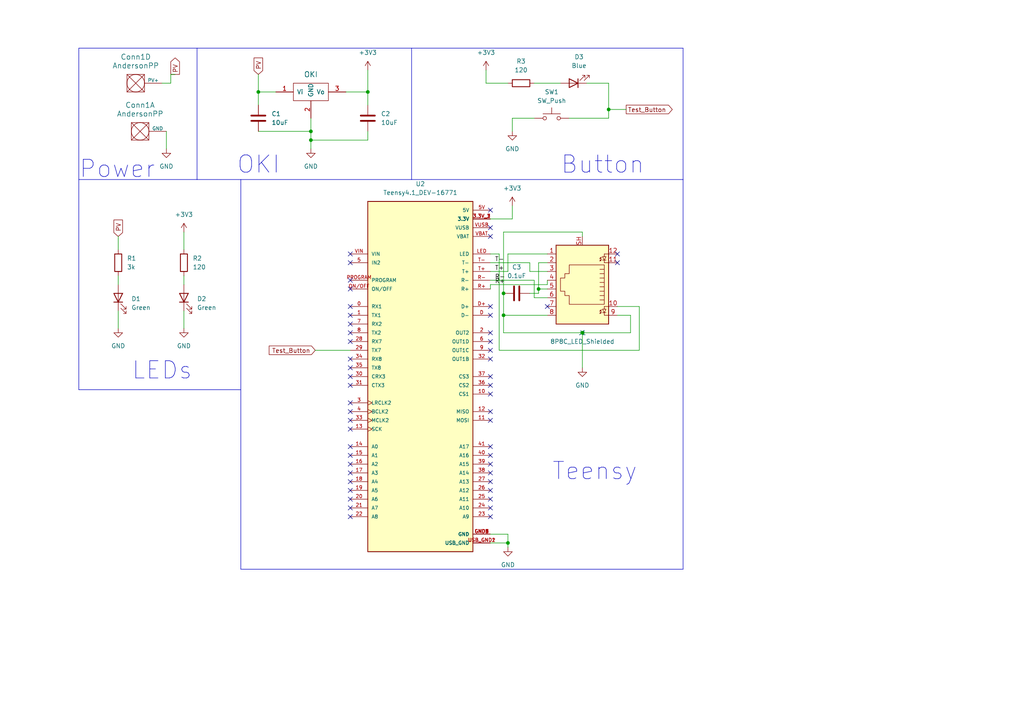
<source format=kicad_sch>
(kicad_sch (version 20230121) (generator eeschema)
  (paper "A4")
  (lib_symbols
    (symbol "Connector:8P8C_LED_Shielded" (pin_names (offset 1.016))
      (property "Reference" "J" (at -5.08 13.97 0))
      (property "Value" "8P8C_LED_Shielded" (at 1.27 13.97 0))
      (symbol "8P8C_LED_Shielded_0_1"
        (polyline (pts (xy -7.62 -7.62) (xy -6.35 -7.62)))
        (polyline (pts (xy -7.62 -5.08) (xy -6.35 -5.08)))
        (polyline (pts (xy -7.62 7.62) (xy -6.35 7.62)))
        (polyline (pts (xy -7.62 10.16) (xy -6.35 10.16)))
        (polyline (pts (xy -6.858 -5.842) (xy -5.842 -5.842)))
        (polyline (pts (xy -6.858 9.398) (xy -5.842 9.398)))
        (polyline (pts (xy -6.35 -7.62) (xy -6.35 -6.858)))
        (polyline (pts (xy -6.35 -5.08) (xy -6.35 -5.842)))
        (polyline (pts (xy -6.35 7.62) (xy -6.35 8.382)))
        (polyline (pts (xy -6.35 10.16) (xy -6.35 9.398)))
        (polyline (pts (xy -5.08 -6.223) (xy -5.207 -6.604)))
        (polyline (pts (xy -5.08 -5.588) (xy -5.207 -5.969)))
        (polyline (pts (xy -5.08 4.445) (xy -6.35 4.445)))
        (polyline (pts (xy -5.08 5.715) (xy -6.35 5.715)))
        (polyline (pts (xy -5.08 9.017) (xy -5.207 8.636)))
        (polyline (pts (xy -5.08 9.652) (xy -5.207 9.271)))
        (polyline (pts (xy -6.35 -3.175) (xy -5.08 -3.175) (xy -5.08 -3.175)))
        (polyline (pts (xy -6.35 -1.905) (xy -5.08 -1.905) (xy -5.08 -1.905)))
        (polyline (pts (xy -6.35 -0.635) (xy -5.08 -0.635) (xy -5.08 -0.635)))
        (polyline (pts (xy -6.35 0.635) (xy -5.08 0.635) (xy -5.08 0.635)))
        (polyline (pts (xy -6.35 1.905) (xy -5.08 1.905) (xy -5.08 1.905)))
        (polyline (pts (xy -5.588 -6.731) (xy -5.08 -6.223) (xy -5.461 -6.35)))
        (polyline (pts (xy -5.588 -6.096) (xy -5.08 -5.588) (xy -5.461 -5.715)))
        (polyline (pts (xy -5.588 8.509) (xy -5.08 9.017) (xy -5.461 8.89)))
        (polyline (pts (xy -5.588 9.144) (xy -5.08 9.652) (xy -5.461 9.525)))
        (polyline (pts (xy -5.08 3.175) (xy -6.35 3.175) (xy -6.35 3.175)))
        (polyline (pts (xy -6.35 -5.842) (xy -6.858 -6.858) (xy -5.842 -6.858) (xy -6.35 -5.842)))
        (polyline (pts (xy -6.35 9.398) (xy -6.858 8.382) (xy -5.842 8.382) (xy -6.35 9.398)))
        (polyline (pts (xy -6.35 -4.445) (xy -6.35 6.985) (xy 3.81 6.985) (xy 3.81 4.445) (xy 5.08 4.445) (xy 5.08 3.175) (xy 6.35 3.175) (xy 6.35 -0.635) (xy 5.08 -0.635) (xy 5.08 -1.905) (xy 3.81 -1.905) (xy 3.81 -4.445) (xy -6.35 -4.445) (xy -6.35 -4.445)))
        (rectangle (start 7.62 12.7) (end -7.62 -10.16) (stroke (width 0.254)) (fill (type background)))
      )
      (symbol "8P8C_LED_Shielded_1_1"
        (pin passive line (at 10.16 -7.62 180) (length 2.54) (name "~") (number "1"))
        (pin passive line (at -10.16 7.62 0) (length 2.54) (name "~") (number "10"))
        (pin passive line (at -10.16 -5.08 0) (length 2.54) (name "~") (number "11"))
        (pin passive line (at -10.16 -7.62 0) (length 2.54) (name "~") (number "12"))
        (pin passive line (at 10.16 -5.08 180) (length 2.54) (name "~") (number "2"))
        (pin passive line (at 10.16 -2.54 180) (length 2.54) (name "~") (number "3"))
        (pin passive line (at 10.16 0 180) (length 2.54) (name "~") (number "4"))
        (pin passive line (at 10.16 2.54 180) (length 2.54) (name "~") (number "5"))
        (pin passive line (at 10.16 5.08 180) (length 2.54) (name "~") (number "6"))
        (pin passive line (at 10.16 7.62 180) (length 2.54) (name "~") (number "7"))
        (pin passive line (at 10.16 10.16 180) (length 2.54) (name "~") (number "8"))
        (pin passive line (at -10.16 10.16 0) (length 2.54) (name "~") (number "9"))
        (pin passive line (at 0 -12.7 90) (length 2.54) (name "~") (number "SH"))
      )
    )
    (symbol "Device:C" (pin_numbers hide) (pin_names (offset 0.254))
      (property "Reference" "C" (at 0.635 2.54 0))
      (property "Value" "C" (at 0.635 -2.54 0))
      (symbol "C_0_1"
        (polyline (pts (xy -2.032 -0.762) (xy 2.032 -0.762)) (stroke (width 0.508)))
        (polyline (pts (xy -2.032 0.762) (xy 2.032 0.762)) (stroke (width 0.508)))
      )
      (symbol "C_1_1"
        (pin passive line (at 0 3.81 270) (length 2.794) (name "~") (number "1"))
        (pin passive line (at 0 -3.81 90) (length 2.794) (name "~") (number "2"))
      )
    )
    (symbol "Device:LED" (pin_numbers hide) (pin_names (offset 1.016) hide)
      (property "Reference" "D" (at 0 2.54 0))
      (property "Value" "LED" (at 0 -2.54 0))
      (symbol "LED_0_1"
        (polyline (pts (xy -1.27 -1.27) (xy -1.27 1.27)) (stroke (width 0.254)))
        (polyline (pts (xy -1.27 0) (xy 1.27 0)))
        (polyline (pts (xy 1.27 -1.27) (xy 1.27 1.27) (xy -1.27 0) (xy 1.27 -1.27)) (stroke (width 0.254)))
        (polyline (pts (xy -3.048 -0.762) (xy -4.572 -2.286) (xy -3.81 -2.286) (xy -4.572 -2.286) (xy -4.572 -1.524)))
        (polyline (pts (xy -1.778 -0.762) (xy -3.302 -2.286) (xy -2.54 -2.286) (xy -3.302 -2.286) (xy -3.302 -1.524)))
      )
      (symbol "LED_1_1"
        (pin passive line (at -3.81 0 0) (length 2.54) (name "K") (number "1"))
        (pin passive line (at 3.81 0 180) (length 2.54) (name "A") (number "2"))
      )
    )
    (symbol "Device:R" (pin_numbers hide) (pin_names (offset 0))
      (property "Reference" "R" (at 2.032 0 90))
      (property "Value" "R" (at 0 0 90))
      (symbol "R_0_1"
        (rectangle (start -1.016 -2.54) (end 1.016 2.54) (stroke (width 0.254)))
      )
      (symbol "R_1_1"
        (pin passive line (at 0 3.81 270) (length 1.27) (name "~") (number "1"))
        (pin passive line (at 0 -3.81 90) (length 1.27) (name "~") (number "2"))
      )
    )
    (symbol "MRDT_Connectors:AndersonPP" (pin_numbers hide) (pin_names (offset 0))
      (property "Reference" "Conn" (at 3.81 -1.27 0))
      (property "Value" "AndersonPP" (at 2.54 6.35 0))
      (symbol "AndersonPP_0_1"
        (polyline (pts (xy 0 5.08) (xy 5.08 0)))
        (polyline (pts (xy 5.08 5.08) (xy 0 0)))
        (rectangle (start 0 0) (end 5.08 5.08))
        (circle (center 2.54 2.54) (radius 2.54))
      )
      (symbol "AndersonPP_1_1"
        (pin input line (at 10.16 2.54 180) (length 5.08) (name "GND") (number "1"))
      )
      (symbol "AndersonPP_2_1"
        (pin input line (at 10.16 2.54 180) (length 5.08) (name "V+Log") (number "2"))
      )
      (symbol "AndersonPP_3_1"
        (pin input line (at 10.16 2.54 180) (length 5.08) (name "V+Act") (number "3"))
      )
      (symbol "AndersonPP_4_1"
        (pin input line (at 10.16 2.54 180) (length 5.08) (name "PV+") (number "4"))
      )
      (symbol "AndersonPP_5_1"
        (pin input line (at 10.16 2.54 180) (length 5.08) (name "~") (number "1"))
      )
    )
    (symbol "MRDT_Devices:OKI" (pin_names (offset 1.016))
      (property "Value" "OKI" (at 5.08 6.35 0))
      (symbol "OKI_0_1"
        (rectangle (start 0 0) (end 10.16 5.08))
      )
      (symbol "OKI_1_1"
        (pin input line (at -5.08 2.54 0) (length 5.08) (name "Vi") (number "1"))
        (pin output line (at 5.08 -5.08 90) (length 5.08) (name "GND") (number "2"))
        (pin output line (at 15.24 2.54 180) (length 5.08) (name "Vo") (number "3"))
      )
    )
    (symbol "MRDT_Shields:Teensy4.1_DEV-16771" (pin_names (offset 1.016))
      (property "Reference" "U" (at -15.24 52.07 0))
      (property "Value" "Teensy4.1_DEV-16771" (at -15.24 -53.34 0))
      (symbol "Teensy4.1_DEV-16771_0_0"
        (rectangle (start -15.24 -50.8) (end 15.24 50.8) (stroke (width 0.254)) (fill (type background)))
        (pin bidirectional line (at -20.32 20.32 0) (length 5.08) (name "RX1") (number "0"))
        (pin bidirectional line (at -20.32 17.78 0) (length 5.08) (name "TX1") (number "1"))
        (pin bidirectional line (at 20.32 -5.08 180) (length 5.08) (name "CS1") (number "10"))
        (pin bidirectional line (at 20.32 -12.7 180) (length 5.08) (name "MOSI") (number "11"))
        (pin bidirectional line (at 20.32 -10.16 180) (length 5.08) (name "MISO") (number "12"))
        (pin bidirectional clock (at -20.32 -15.24 0) (length 5.08) (name "SCK") (number "13"))
        (pin bidirectional line (at -20.32 -20.32 0) (length 5.08) (name "A0") (number "14"))
        (pin bidirectional line (at -20.32 -22.86 0) (length 5.08) (name "A1") (number "15"))
        (pin bidirectional line (at -20.32 -25.4 0) (length 5.08) (name "A2") (number "16"))
        (pin bidirectional line (at -20.32 -27.94 0) (length 5.08) (name "A3") (number "17"))
        (pin bidirectional line (at -20.32 -30.48 0) (length 5.08) (name "A4") (number "18"))
        (pin bidirectional line (at -20.32 -33.02 0) (length 5.08) (name "A5") (number "19"))
        (pin output line (at 20.32 12.7 180) (length 5.08) (name "OUT2") (number "2"))
        (pin bidirectional line (at -20.32 -35.56 0) (length 5.08) (name "A6") (number "20"))
        (pin bidirectional line (at -20.32 -38.1 0) (length 5.08) (name "A7") (number "21"))
        (pin bidirectional line (at -20.32 -40.64 0) (length 5.08) (name "A8") (number "22"))
        (pin bidirectional line (at 20.32 -40.64 180) (length 5.08) (name "A9") (number "23"))
        (pin bidirectional line (at 20.32 -38.1 180) (length 5.08) (name "A10") (number "24"))
        (pin bidirectional line (at 20.32 -35.56 180) (length 5.08) (name "A11") (number "25"))
        (pin bidirectional line (at 20.32 -33.02 180) (length 5.08) (name "A12") (number "26"))
        (pin bidirectional line (at 20.32 -30.48 180) (length 5.08) (name "A13") (number "27"))
        (pin bidirectional line (at -20.32 10.16 0) (length 5.08) (name "RX7") (number "28"))
        (pin bidirectional line (at -20.32 7.62 0) (length 5.08) (name "TX7") (number "29"))
        (pin bidirectional clock (at -20.32 -7.62 0) (length 5.08) (name "LRCLK2") (number "3"))
        (pin power_in line (at 20.32 45.72 180) (length 5.08) (name "3.3V") (number "3.3V_1"))
        (pin power_in line (at 20.32 45.72 180) (length 5.08) (name "3.3V") (number "3.3V_2"))
        (pin power_in line (at 20.32 45.72 180) (length 5.08) (name "3.3V") (number "3.3V_3"))
        (pin bidirectional line (at -20.32 0 0) (length 5.08) (name "CRX3") (number "30"))
        (pin bidirectional line (at -20.32 -2.54 0) (length 5.08) (name "CTX3") (number "31"))
        (pin output line (at 20.32 5.08 180) (length 5.08) (name "OUT1B") (number "32"))
        (pin bidirectional clock (at -20.32 -12.7 0) (length 5.08) (name "MCLK2") (number "33"))
        (pin bidirectional line (at -20.32 5.08 0) (length 5.08) (name "RX8") (number "34"))
        (pin bidirectional line (at -20.32 2.54 0) (length 5.08) (name "TX8") (number "35"))
        (pin bidirectional line (at 20.32 -2.54 180) (length 5.08) (name "CS2") (number "36"))
        (pin bidirectional line (at 20.32 0 180) (length 5.08) (name "CS3") (number "37"))
        (pin bidirectional line (at 20.32 -27.94 180) (length 5.08) (name "A14") (number "38"))
        (pin bidirectional line (at 20.32 -25.4 180) (length 5.08) (name "A15") (number "39"))
        (pin bidirectional clock (at -20.32 -10.16 0) (length 5.08) (name "BCLK2") (number "4"))
        (pin bidirectional line (at 20.32 -22.86 180) (length 5.08) (name "A16") (number "40"))
        (pin bidirectional line (at 20.32 -20.32 180) (length 5.08) (name "A17") (number "41"))
        (pin bidirectional line (at -20.32 33.02 0) (length 5.08) (name "IN2") (number "5"))
        (pin power_in line (at 20.32 48.26 180) (length 5.08) (name "5V") (number "5V"))
        (pin output line (at 20.32 10.16 180) (length 5.08) (name "OUT1D") (number "6"))
        (pin bidirectional line (at -20.32 15.24 0) (length 5.08) (name "RX2") (number "7"))
        (pin bidirectional line (at -20.32 12.7 0) (length 5.08) (name "TX2") (number "8"))
        (pin output line (at 20.32 7.62 180) (length 5.08) (name "OUT1C") (number "9"))
        (pin bidirectional line (at 20.32 17.78 180) (length 5.08) (name "D-") (number "D"))
        (pin bidirectional line (at 20.32 20.32 180) (length 5.08) (name "D+") (number "D+"))
        (pin power_in line (at 20.32 -45.72 180) (length 5.08) (name "GND") (number "GND1"))
        (pin power_in line (at 20.32 -45.72 180) (length 5.08) (name "GND") (number "GND2"))
        (pin power_in line (at 20.32 -45.72 180) (length 5.08) (name "GND") (number "GND3"))
        (pin power_in line (at 20.32 -45.72 180) (length 5.08) (name "GND") (number "GND4"))
        (pin power_in line (at 20.32 -45.72 180) (length 5.08) (name "GND") (number "GND5"))
        (pin bidirectional line (at 20.32 35.56 180) (length 5.08) (name "LED") (number "LED"))
        (pin bidirectional line (at -20.32 25.4 0) (length 5.08) (name "ON/OFF") (number "ON/OFF"))
        (pin bidirectional line (at -20.32 27.94 0) (length 5.08) (name "PROGRAM") (number "PROGRAM"))
        (pin bidirectional line (at 20.32 25.4 180) (length 5.08) (name "R+") (number "R+"))
        (pin bidirectional line (at 20.32 27.94 180) (length 5.08) (name "R-") (number "R-"))
        (pin bidirectional line (at 20.32 30.48 180) (length 5.08) (name "T+") (number "T+"))
        (pin bidirectional line (at 20.32 33.02 180) (length 5.08) (name "T-") (number "T-"))
        (pin power_in line (at 20.32 -48.26 180) (length 5.08) (name "USB_GND") (number "USB_GND1"))
        (pin power_in line (at 20.32 -48.26 180) (length 5.08) (name "USB_GND") (number "USB_GND2"))
        (pin passive line (at 20.32 40.64 180) (length 5.08) (name "VBAT") (number "VBAT"))
        (pin input line (at -20.32 35.56 0) (length 5.08) (name "VIN") (number "VIN"))
        (pin passive line (at 20.32 43.18 180) (length 5.08) (name "VUSB") (number "VUSB"))
      )
    )
    (symbol "Switch:SW_Push" (pin_numbers hide) (pin_names (offset 1.016) hide)
      (property "Reference" "SW" (at 1.27 2.54 0))
      (property "Value" "SW_Push" (at 0 -1.524 0))
      (symbol "SW_Push_0_1"
        (circle (center -2.032 0) (radius 0.508))
        (polyline (pts (xy 0 1.27) (xy 0 3.048)))
        (polyline (pts (xy 2.54 1.27) (xy -2.54 1.27)))
        (circle (center 2.032 0) (radius 0.508))
        (pin passive line (at -5.08 0 0) (length 2.54) (name "1") (number "1"))
        (pin passive line (at 5.08 0 180) (length 2.54) (name "2") (number "2"))
      )
    )
    (symbol "power:+3V3" (power) (pin_names (offset 0))
      (property "Value" "+3V3" (at 0 3.556 0))
      (symbol "+3V3_0_1"
        (polyline (pts (xy -0.762 1.27) (xy 0 2.54)))
        (polyline (pts (xy 0 0) (xy 0 2.54)))
        (polyline (pts (xy 0 2.54) (xy 0.762 1.27)))
      )
      (symbol "+3V3_1_1"
        (pin power_in line (at 0 0 90) (length 0) hide (name "+3V3") (number "1"))
      )
    )
    (symbol "power:GND" (power) (pin_names (offset 0))
      (property "Value" "GND" (at 0 -3.81 0))
      (symbol "GND_0_1"
        (polyline (pts (xy 0 0) (xy 0 -1.27) (xy 1.27 -1.27) (xy 0 -2.54) (xy -1.27 -1.27) (xy 0 -1.27)))
      )
      (symbol "GND_1_1"
        (pin power_in line (at 0 0 270) (length 0) hide (name "GND") (number "1"))
      )
    )
  )
  (junction (at 90.17 38.1))
  (junction (at 106.68 26.67))
  (junction (at 146.05 85.09))
  (junction (at 156.21 83.82))
  (junction (at 74.93 26.67))
  (junction (at 146.05 91.44))
  (junction (at 90.17 40.64))
  (junction (at 147.32 157.48))
  (junction (at 176.53 31.75))
  (junction (at 168.91 96.52))
  (no_connect (at 101.6 104.14))
  (no_connect (at 101.6 139.7))
  (no_connect (at 142.24 137.16))
  (no_connect (at 142.24 139.7))
  (no_connect (at 142.24 109.22))
  (no_connect (at 142.24 60.96))
  (no_connect (at 101.6 109.22))
  (no_connect (at 101.6 99.06))
  (no_connect (at 142.24 111.76))
  (no_connect (at 142.24 96.52))
  (no_connect (at 101.6 111.76))
  (no_connect (at 142.24 66.04))
  (no_connect (at 101.6 73.66))
  (no_connect (at 142.24 134.62))
  (no_connect (at 101.6 93.98))
  (no_connect (at 101.6 134.62))
  (no_connect (at 142.24 144.78))
  (no_connect (at 101.6 91.44))
  (no_connect (at 142.24 68.58))
  (no_connect (at 101.6 149.86))
  (no_connect (at 142.24 91.44))
  (no_connect (at 101.6 121.92))
  (no_connect (at 142.24 114.3))
  (no_connect (at 179.07 76.2))
  (no_connect (at 101.6 124.46))
  (no_connect (at 158.75 88.9))
  (no_connect (at 142.24 147.32))
  (no_connect (at 101.6 96.52))
  (no_connect (at 142.24 119.38))
  (no_connect (at 142.24 129.54))
  (no_connect (at 142.24 88.9))
  (no_connect (at 142.24 99.06))
  (no_connect (at 101.6 144.78))
  (no_connect (at 101.6 83.82))
  (no_connect (at 101.6 88.9))
  (no_connect (at 101.6 106.68))
  (no_connect (at 101.6 119.38))
  (no_connect (at 101.6 147.32))
  (no_connect (at 142.24 121.92))
  (no_connect (at 101.6 132.08))
  (no_connect (at 142.24 132.08))
  (no_connect (at 101.6 76.2))
  (no_connect (at 142.24 142.24))
  (no_connect (at 101.6 137.16))
  (no_connect (at 101.6 116.84))
  (no_connect (at 101.6 142.24))
  (no_connect (at 142.24 104.14))
  (no_connect (at 101.6 129.54))
  (no_connect (at 142.24 149.86))
  (no_connect (at 101.6 81.28))
  (no_connect (at 179.07 73.66))
  (no_connect (at 142.24 101.6))
  (wire (pts (xy 106.68 38.1) (xy 106.68 40.64)))
  (wire (pts (xy 106.68 26.67) (xy 106.68 30.48)))
  (wire (pts (xy 148.59 63.5) (xy 142.24 63.5)))
  (wire (pts (xy 153.67 76.2) (xy 153.67 78.74)))
  (polyline (pts (xy 69.85 165.1) (xy 69.85 52.07)))
  (wire (pts (xy 34.29 80.01) (xy 34.29 82.55)))
  (wire (pts (xy 156.21 76.2) (xy 156.21 83.82)))
  (polyline (pts (xy 119.38 13.97) (xy 119.38 52.07)))
  (wire (pts (xy 158.75 82.55) (xy 158.75 81.28)))
  (wire (pts (xy 168.91 96.52) (xy 168.91 106.68)))
  (wire (pts (xy 154.94 34.29) (xy 148.59 34.29)))
  (wire (pts (xy 80.01 26.67) (xy 74.93 26.67)))
  (wire (pts (xy 146.05 85.09) (xy 146.05 91.44)))
  (wire (pts (xy 74.93 26.67) (xy 74.93 30.48)))
  (wire (pts (xy 53.34 80.01) (xy 53.34 82.55)))
  (wire (pts (xy 91.44 101.6) (xy 101.6 101.6)))
  (wire (pts (xy 49.53 21.59) (xy 49.53 24.13)))
  (wire (pts (xy 156.21 83.82) (xy 158.75 83.82)))
  (wire (pts (xy 176.53 31.75) (xy 181.61 31.75)))
  (wire (pts (xy 106.68 20.32) (xy 106.68 26.67)))
  (wire (pts (xy 146.05 67.31) (xy 146.05 85.09)))
  (wire (pts (xy 100.33 26.67) (xy 106.68 26.67)))
  (wire (pts (xy 146.05 91.44) (xy 158.75 91.44)))
  (wire (pts (xy 185.42 101.6) (xy 185.42 88.9)))
  (wire (pts (xy 142.24 83.82) (xy 142.24 82.55)))
  (wire (pts (xy 106.68 40.64) (xy 90.17 40.64)))
  (wire (pts (xy 142.24 73.66) (xy 144.78 73.66)))
  (wire (pts (xy 158.75 76.2) (xy 156.21 76.2)))
  (wire (pts (xy 168.91 96.52) (xy 146.05 96.52)))
  (wire (pts (xy 179.07 91.44) (xy 182.88 91.44)))
  (wire (pts (xy 74.93 38.1) (xy 90.17 38.1)))
  (polyline (pts (xy 198.12 52.07) (xy 119.38 52.07)))
  (wire (pts (xy 182.88 96.52) (xy 168.91 96.52)))
  (polyline (pts (xy 57.15 13.97) (xy 119.38 13.97)))
  (wire (pts (xy 147.32 157.48) (xy 147.32 154.94)))
  (wire (pts (xy 154.94 24.13) (xy 162.56 24.13)))
  (polyline (pts (xy 198.12 52.07) (xy 198.12 165.1)))
  (polyline (pts (xy 22.86 52.07) (xy 22.86 113.03)))
  (wire (pts (xy 49.53 24.13) (xy 46.99 24.13)))
  (polyline (pts (xy 57.15 13.97) (xy 57.15 52.07)))
  (wire (pts (xy 49.53 21.59) (xy 50.8 21.59)))
  (wire (pts (xy 90.17 34.29) (xy 90.17 38.1)))
  (wire (pts (xy 182.88 91.44) (xy 182.88 96.52)))
  (wire (pts (xy 176.53 31.75) (xy 176.53 34.29)))
  (wire (pts (xy 90.17 38.1) (xy 90.17 40.64)))
  (polyline (pts (xy 22.86 52.07) (xy 22.86 13.97)))
  (wire (pts (xy 185.42 88.9) (xy 179.07 88.9)))
  (wire (pts (xy 74.93 21.59) (xy 74.93 26.67)))
  (polyline (pts (xy 119.38 52.07) (xy 57.15 52.07)))
  (wire (pts (xy 170.18 24.13) (xy 176.53 24.13)))
  (wire (pts (xy 142.24 157.48) (xy 147.32 157.48)))
  (polyline (pts (xy 198.12 13.97) (xy 198.12 52.07)))
  (wire (pts (xy 168.91 68.58) (xy 168.91 67.31)))
  (polyline (pts (xy 22.86 113.03) (xy 69.85 113.03)))
  (polyline (pts (xy 198.12 165.1) (xy 69.85 165.1)))
  (wire (pts (xy 146.05 96.52) (xy 146.05 91.44)))
  (wire (pts (xy 168.91 67.31) (xy 146.05 67.31)))
  (wire (pts (xy 156.21 83.82) (xy 156.21 85.09)))
  (wire (pts (xy 176.53 34.29) (xy 165.1 34.29)))
  (wire (pts (xy 34.29 90.17) (xy 34.29 95.25)))
  (wire (pts (xy 147.32 158.75) (xy 147.32 157.48)))
  (wire (pts (xy 142.24 76.2) (xy 153.67 76.2)))
  (wire (pts (xy 154.94 81.28) (xy 154.94 86.36)))
  (wire (pts (xy 90.17 40.64) (xy 90.17 43.18)))
  (wire (pts (xy 53.34 90.17) (xy 53.34 95.25)))
  (wire (pts (xy 176.53 24.13) (xy 176.53 31.75)))
  (polyline (pts (xy 57.15 52.07) (xy 22.86 52.07)))
  (wire (pts (xy 144.78 101.6) (xy 185.42 101.6)))
  (wire (pts (xy 144.78 73.66) (xy 144.78 101.6)))
  (wire (pts (xy 142.24 78.74) (xy 147.32 78.74)))
  (wire (pts (xy 148.59 34.29) (xy 148.59 38.1)))
  (wire (pts (xy 53.34 67.31) (xy 53.34 72.39)))
  (wire (pts (xy 142.24 81.28) (xy 154.94 81.28)))
  (wire (pts (xy 153.67 78.74) (xy 158.75 78.74)))
  (polyline (pts (xy 22.86 13.97) (xy 57.15 13.97)))
  (wire (pts (xy 147.32 154.94) (xy 142.24 154.94)))
  (wire (pts (xy 148.59 59.69) (xy 148.59 63.5)))
  (wire (pts (xy 140.97 20.32) (xy 140.97 24.13)))
  (wire (pts (xy 147.32 73.66) (xy 158.75 73.66)))
  (wire (pts (xy 147.32 78.74) (xy 147.32 73.66)))
  (polyline (pts (xy 119.38 13.97) (xy 198.12 13.97)))
  (wire (pts (xy 34.29 68.58) (xy 34.29 72.39)))
  (wire (pts (xy 142.24 82.55) (xy 158.75 82.55)))
  (wire (pts (xy 140.97 24.13) (xy 147.32 24.13)))
  (wire (pts (xy 156.21 85.09) (xy 153.67 85.09)))
  (wire (pts (xy 48.26 38.1) (xy 48.26 43.18)))
  (wire (pts (xy 154.94 86.36) (xy 158.75 86.36)))
  (text "OKI" (at 68.58 50.8 0) (effects (font (size 5 5)) (justify left bottom)))
  (text "Button" (at 162.56 50.8 0) (effects (font (size 5 5)) (justify left bottom)))
  (text "LEDs" (at 38.1 110.49 0) (effects (font (size 5 5)) (justify left bottom)))
  (text "Power" (at 22.86 52.07 0) (effects (font (size 5 5)) (justify left bottom)))
  (text "Teensy" (at 160.02 139.7 0) (effects (font (size 5 5)) (justify left bottom)))
  (label "R+" (at 143.51 82.55 0))
  (label "R-" (at 143.51 81.28 0))
  (label "T-" (at 143.51 76.2 0))
  (label "T+" (at 143.51 78.74 0))
  (global_label "PV" (shape input) (at 74.93 21.59 90) (property "Intersheetrefs" "${INTERSHEET_REFS}" (effects hide)))
  (global_label "Test_Button" (shape output) (at 181.61 31.75 0) (property "Intersheetrefs" "${INTERSHEET_REFS}" (effects hide)))
  (global_label "PV" (shape input) (at 34.29 68.58 90) (property "Intersheetrefs" "${INTERSHEET_REFS}" (effects hide)))
  (global_label "Test_Button" (shape input) (at 91.44 101.6 180) (property "Intersheetrefs" "${INTERSHEET_REFS}" (effects hide)))
  (global_label "PV" (shape output) (at 50.8 21.59 90) (property "Intersheetrefs" "${INTERSHEET_REFS}" (effects hide)))
  (symbol (lib_id "power:+3V3") (at 53.34 67.31 0) (unit 1)
    (property "Reference" "#PWR06" (effects hide))
    (property "Value" "+3V3" (at 53.34 62.23 0))
  )
  (symbol (lib_id "Device:R") (at 53.34 76.2 0) (unit 1)
    (property "Reference" "R2" (at 55.88 74.93 0) (effects (justify left)))
    (property "Value" "120" (at 55.88 77.47 0) (effects (justify left)))
    (property "Footprint" "Resistor_SMD:R_0603_1608Metric_Pad0.98x0.95mm_HandSolder" (effects hide))
  )
  (symbol (lib_id "power:GND") (at 147.32 158.75 0) (unit 1)
    (property "Reference" "#PWR08" (effects hide))
    (property "Value" "GND" (at 147.32 163.83 0))
  )
  (symbol (lib_id "Device:C") (at 74.93 34.29 0) (unit 1)
    (property "Reference" "C1" (at 78.74 33.02 0) (effects (justify left)))
    (property "Value" "10uF" (at 78.74 35.56 0) (effects (justify left)))
    (property "Footprint" "Capacitor_SMD:C_0603_1608Metric_Pad1.08x0.95mm_HandSolder" (effects hide))
  )
  (symbol (lib_id "power:+3V3") (at 140.97 20.32 0) (unit 1)
    (property "Reference" "#PWR010" (effects hide))
    (property "Value" "+3V3" (at 140.97 15.24 0))
  )
  (symbol (lib_id "power:GND") (at 148.59 38.1 0) (unit 1)
    (property "Reference" "#PWR011" (effects hide))
    (property "Value" "GND" (at 148.59 43.18 0))
  )
  (symbol (lib_id "Device:C") (at 149.86 85.09 90) (unit 1)
    (property "Reference" "C3" (at 149.86 77.47 90))
    (property "Value" "0.1uF" (at 149.86 80.01 90))
    (property "Footprint" "Capacitor_SMD:C_0603_1608Metric_Pad1.08x0.95mm_HandSolder" (effects hide))
  )
  (symbol (lib_id "Connector:8P8C_LED_Shielded") (at 168.91 81.28 180) (unit 1)
    (property "Reference" "J1" (at 168.91 96.52 0))
    (property "Value" "8P8C_LED_Shielded" (at 168.91 99.06 0))
    (property "Footprint" "MRDT_Connectors:RJ45_Teensy" (effects hide))
  )
  (symbol (lib_id "power:+3V3") (at 148.59 59.69 0) (unit 1)
    (property "Reference" "#PWR07" (effects hide))
    (property "Value" "+3V3" (at 148.59 54.61 0))
  )
  (symbol (lib_id "MRDT_Devices:OKI") (at 85.09 29.21 0) (unit 1)
    (property "Reference" "U1" (effects hide))
    (property "Value" "OKI" (at 90.17 21.59 0) (effects (font (size 1.524 1.524))))
    (property "Footprint" "MRDT_Devices:OKI_Horizontal" (effects hide))
  )
  (symbol (lib_id "MRDT_Connectors:AndersonPP") (at 38.1 40.64 0) (unit 1)
    (property "Reference" "Conn1" (at 40.64 30.48 0) (effects (font (size 1.524 1.524))))
    (property "Value" "AndersonPP" (at 40.64 33.02 0) (effects (font (size 1.524 1.524))))
    (property "Footprint" "MRDT_Connectors:Square_Anderson_2_H_Side_By_Side_PV" (effects hide))
  )
  (symbol (lib_id "Switch:SW_Push") (at 160.02 34.29 0) (unit 1)
    (property "Reference" "SW1" (at 160.02 26.67 0))
    (property "Value" "SW_Push" (at 160.02 29.21 0))
    (property "Footprint" "Button_Switch_SMD:SW_SPST_TL3305A" (effects hide))
  )
  (symbol (lib_id "power:+3V3") (at 106.68 20.32 0) (unit 1)
    (property "Reference" "#PWR03" (effects hide))
    (property "Value" "+3V3" (at 106.68 15.24 0))
  )
  (symbol (lib_id "MRDT_Shields:Teensy4.1_DEV-16771") (at 121.92 109.22 0) (unit 1)
    (property "Reference" "U2" (at 121.92 53.34 0))
    (property "Value" "Teensy4.1_DEV-16771" (at 121.92 55.88 0))
    (property "Footprint" "MRDT_Shields:Teensy_4_1_Ethernet" (effects hide))
    (property "STANDARD" "Manufacturer recommendations" (effects hide))
    (property "MAXIMUM_PACKAGE_HEIGHT" "4.07mm" (effects hide))
    (property "MANUFACTURER" "SparkFun Electronics" (effects hide))
    (property "PARTREV" "4.1" (effects hide))
  )
  (symbol (lib_id "Device:C") (at 106.68 34.29 0) (unit 1)
    (property "Reference" "C2" (at 110.49 33.02 0) (effects (justify left)))
    (property "Value" "10uF" (at 110.49 35.56 0) (effects (justify left)))
    (property "Footprint" "Capacitor_SMD:C_0603_1608Metric_Pad1.08x0.95mm_HandSolder" (effects hide))
  )
  (symbol (lib_id "Device:R") (at 34.29 76.2 0) (unit 1)
    (property "Reference" "R1" (at 36.83 74.93 0) (effects (justify left)))
    (property "Value" "3k" (at 36.83 77.47 0) (effects (justify left)))
    (property "Footprint" "Resistor_SMD:R_0603_1608Metric_Pad0.98x0.95mm_HandSolder" (effects hide))
  )
  (symbol (lib_id "power:GND") (at 53.34 95.25 0) (unit 1)
    (property "Reference" "#PWR04" (effects hide))
    (property "Value" "GND" (at 53.34 100.33 0))
  )
  (symbol (lib_id "power:GND") (at 48.26 43.18 0) (unit 1)
    (property "Reference" "#PWR01" (effects hide))
    (property "Value" "GND" (at 48.26 48.26 0))
  )
  (symbol (lib_id "power:GND") (at 168.91 106.68 0) (unit 1)
    (property "Reference" "#PWR09" (effects hide))
    (property "Value" "GND" (at 168.91 111.76 0))
  )
  (symbol (lib_id "Device:LED") (at 34.29 86.36 90) (unit 1)
    (property "Reference" "D1" (at 38.1 86.6775 90) (effects (justify right)))
    (property "Value" "Green" (at 38.1 89.2175 90) (effects (justify right)))
    (property "Footprint" "LED_SMD:LED_0603_1608Metric_Pad1.05x0.95mm_HandSolder" (effects hide))
  )
  (symbol (lib_id "Device:LED") (at 166.37 24.13 180) (unit 1)
    (property "Reference" "D3" (at 167.9575 16.51 0))
    (property "Value" "Blue" (at 167.9575 19.05 0))
    (property "Footprint" "LED_SMD:LED_0603_1608Metric_Pad1.05x0.95mm_HandSolder" (effects hide))
  )
  (symbol (lib_id "power:GND") (at 90.17 43.18 0) (unit 1)
    (property "Reference" "#PWR02" (effects hide))
    (property "Value" "GND" (at 90.17 48.26 0))
  )
  (symbol (lib_id "Device:LED") (at 53.34 86.36 90) (unit 1)
    (property "Reference" "D2" (at 57.15 86.6775 90) (effects (justify right)))
    (property "Value" "Green" (at 57.15 89.2175 90) (effects (justify right)))
    (property "Footprint" "LED_SMD:LED_0603_1608Metric_Pad1.05x0.95mm_HandSolder" (effects hide))
  )
  (symbol (lib_id "MRDT_Connectors:AndersonPP") (at 36.83 26.67 0) (unit 4)
    (property "Reference" "Conn1" (at 39.37 16.51 0) (effects (font (size 1.524 1.524))))
    (property "Value" "AndersonPP" (at 39.37 19.05 0) (effects (font (size 1.524 1.524))))
    (property "Footprint" "MRDT_Connectors:Square_Anderson_2_H_Side_By_Side_PV" (effects hide))
  )
  (symbol (lib_id "Device:R") (at 151.13 24.13 90) (unit 1)
    (property "Reference" "R3" (at 151.13 17.78 90))
    (property "Value" "120" (at 151.13 20.32 90))
    (property "Footprint" "Resistor_SMD:R_0603_1608Metric_Pad0.98x0.95mm_HandSolder" (effects hide))
  )
  (symbol (lib_id "power:GND") (at 34.29 95.25 0) (unit 1)
    (property "Reference" "#PWR05" (effects hide))
    (property "Value" "GND" (at 34.29 100.33 0))
  )
)
</source>
